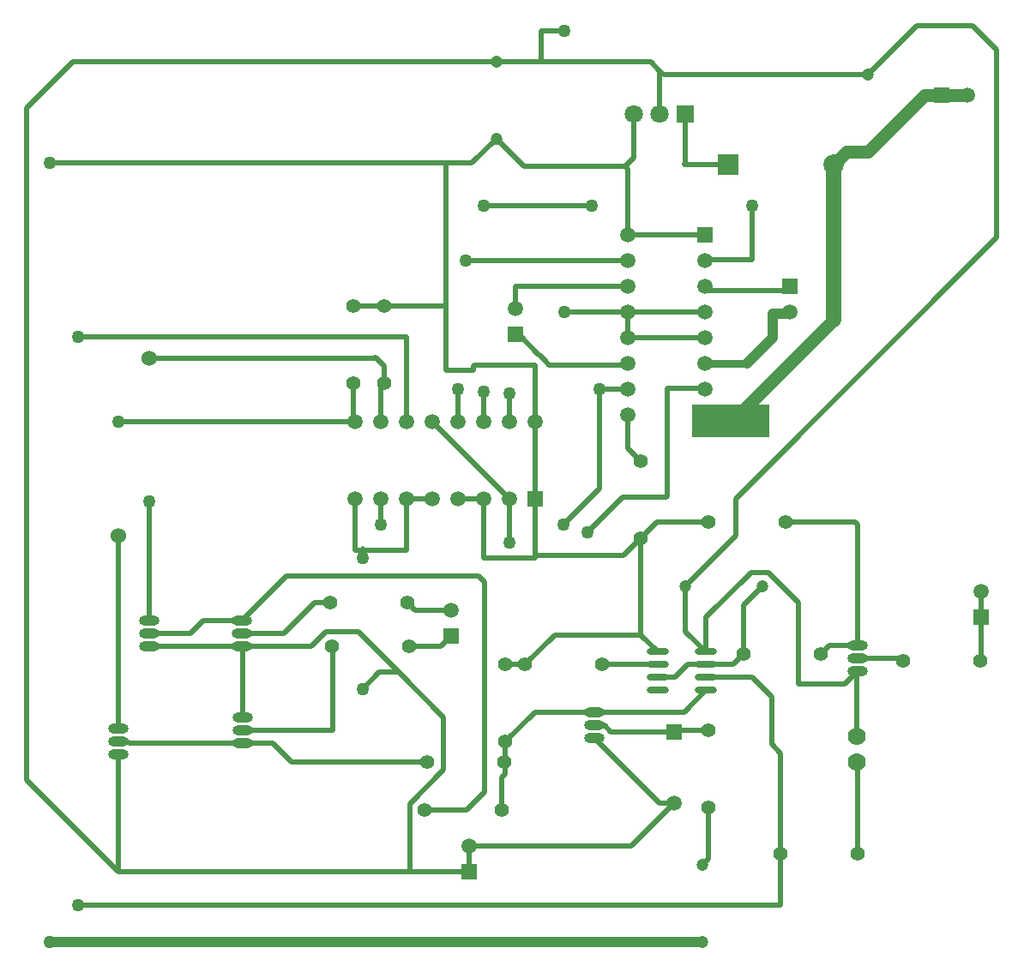
<source format=gtl>
%FSLAX25Y25*%
%MOIN*%
G70*
G01*
G75*
G04 Layer_Physical_Order=1*
G04 Layer_Color=255*
%ADD10O,0.08661X0.02362*%
%ADD11C,0.02000*%
%ADD12C,0.05000*%
%ADD13C,0.04000*%
%ADD14C,0.06000*%
%ADD15C,0.03000*%
%ADD16R,0.30000X0.12500*%
%ADD17R,0.07087X0.07087*%
%ADD18C,0.07087*%
%ADD19C,0.05906*%
%ADD20R,0.05906X0.05906*%
%ADD21O,0.07874X0.03937*%
%ADD22O,0.07874X0.03937*%
%ADD23C,0.05512*%
%ADD24C,0.04724*%
%ADD25C,0.07000*%
%ADD26R,0.05906X0.05906*%
%ADD27R,0.05906X0.05906*%
%ADD28C,0.05906*%
%ADD29R,0.07874X0.07874*%
%ADD30C,0.07874*%
%ADD31C,0.06000*%
%ADD32C,0.05000*%
D10*
X1036950Y438000D02*
D03*
Y433000D02*
D03*
Y428000D02*
D03*
Y423000D02*
D03*
X1018052Y438000D02*
D03*
Y433000D02*
D03*
Y428000D02*
D03*
Y423000D02*
D03*
D11*
X1045410Y627500D02*
X1028501D01*
X1029001Y628000D02*
X1028501Y627500D01*
X1029001Y628000D02*
Y647000D01*
X1009001Y630228D02*
X1005501Y626728D01*
X1009001Y630228D02*
Y647000D01*
X1020477Y662500D02*
X1019001Y663976D01*
Y647000D02*
Y663976D01*
X1144001Y451500D02*
Y461500D01*
Y435000D02*
Y451500D01*
X1113501Y434500D02*
X1112533Y435468D01*
X1096033D01*
X1096001Y435500D01*
X1095501Y405000D02*
Y430000D01*
X1062501Y402000D02*
Y420500D01*
X1055001Y428000D01*
X1036950D01*
X1096001Y440500D02*
X1085001D01*
X1081501Y437000D01*
X1011501Y444551D02*
Y482000D01*
X1018052Y438000D02*
X1011501Y444551D01*
X1038001Y357500D02*
Y377500D01*
Y357500D02*
X1035501Y355000D01*
X1024501Y379024D02*
X1018977D01*
X993501Y404500D01*
X1007977Y362500D02*
X945001D01*
X1024501Y379024D02*
X1007977Y362500D01*
X945001Y352500D02*
Y362500D01*
X1051501Y437000D02*
Y456000D01*
X1059001Y463500D02*
X1051501Y456000D01*
X1029001Y445949D02*
Y463500D01*
X1036950Y438000D02*
X1029001Y445949D01*
X1051501Y437000D02*
X1047501Y433000D01*
X1036950D01*
Y438000D02*
Y451449D01*
X1073001Y457083D02*
X1061222Y468862D01*
X1054363D02*
X1036950Y451449D01*
X1061222Y468862D02*
X1054363D01*
X1073001Y425500D02*
Y457083D01*
X1091001Y425500D02*
X1073001D01*
X1096001Y430500D02*
X1095501Y430000D01*
X1091001Y425500D01*
X1038001Y407500D02*
X1025025D01*
X1024501Y406976D01*
X1000020D01*
X997528Y409469D01*
X993532D01*
X993501Y409500D01*
X1036950Y423000D02*
X1028450Y414500D01*
X993501D01*
X1025001Y428000D02*
X1018052D01*
X1030001Y433000D02*
X1025001Y428000D01*
X1036950Y433000D02*
X1030001D01*
X1018052D02*
X996501D01*
X993501Y414500D02*
X970501D01*
X959001Y403000D01*
X957501Y376500D02*
Y389000D01*
X959001Y390500D02*
X957501Y389000D01*
X959001Y390500D02*
Y403000D01*
X928501Y395000D02*
X876001D01*
X892001Y407500D02*
X857001D01*
X892001D02*
Y439500D01*
X891501Y440000D01*
X934001D02*
X921501D01*
X938001Y444000D02*
X934001Y440000D01*
X966501Y433000D02*
X959001D01*
X978052Y444551D02*
X966501Y433000D01*
X1011501Y444551D02*
X978052D01*
X938001Y454000D02*
X924001D01*
X921001Y457000D01*
X891001D02*
X885001D01*
X873001Y445000D01*
X856501D01*
Y450000D02*
X841501D01*
X836501Y445000D01*
X820501D01*
X857001Y412500D02*
Y439500D01*
X856501Y440000D01*
X820501D01*
X857001Y402500D02*
X812996D01*
X812527Y402969D01*
X808533D01*
X868501Y402500D02*
X857001D01*
X876001Y395000D02*
X868501Y402500D01*
X944001Y376500D02*
X927501D01*
X951001Y383500D02*
X944001Y376500D01*
X883361Y440000D02*
X856501D01*
X889117Y445756D02*
X883361Y440000D01*
X901757Y445756D02*
X889117D01*
X935001Y392140D02*
Y412512D01*
Y392140D02*
X921745Y378884D01*
Y370744D02*
Y378884D01*
X922001Y370488D02*
X921745Y370744D01*
X922001Y352500D02*
Y370488D01*
X945001Y352500D02*
X922001D01*
X1019001Y663976D02*
X1015477Y667500D01*
X955501D02*
X791001D01*
X808501Y398000D02*
X807501Y397000D01*
X930501Y497500D02*
X920501D01*
X1011501Y512000D02*
X1006501Y517000D01*
Y530000D01*
X1096001Y440500D02*
Y487500D01*
X1095001Y488500D01*
X1068001D01*
X1038001D02*
X1018001D01*
X1011501Y482000D01*
X1048501Y483000D02*
X1029001Y463500D01*
X1048501Y483000D02*
Y497500D01*
X1150001Y599000D02*
X1048501Y497500D01*
X1150001Y599000D02*
Y672000D01*
X1140501Y681500D01*
X1119001D01*
X1100001Y662500D01*
X1020477D01*
X1005501Y626728D02*
X966273D01*
X955501Y637500D01*
X1006501Y600000D02*
Y625728D01*
X1005501Y626728D01*
X1036501Y600000D02*
X1006501D01*
X1069501Y578500D02*
X1038001D01*
X1036501Y580000D01*
X1006001Y549500D02*
X976001D01*
X1006501Y550000D02*
X1006001Y549500D01*
X970501Y497500D02*
Y527500D01*
Y474500D02*
Y497500D01*
X950501D02*
X940501D01*
X960501D02*
X930501Y527500D01*
X1036501Y560000D02*
X1006501D01*
Y570000D01*
X1036501D02*
X1006501D01*
X955501Y637500D02*
X946001Y628000D01*
X840001Y527500D02*
X808501D01*
X820501Y450000D02*
Y496500D01*
X808501Y408000D02*
Y483000D01*
X910501Y527500D02*
Y541000D01*
X900001Y528000D02*
Y542500D01*
X900501Y527500D02*
X840001D01*
X912001Y572500D02*
X900001D01*
X936001D02*
X912001D01*
Y542500D02*
Y549000D01*
X908501Y552500D01*
X908001Y552000D02*
X820501D01*
X908501Y552500D02*
X908001Y552000D01*
X940501Y527500D02*
Y540000D01*
X1006501Y590000D02*
X943501D01*
X951001Y383500D02*
Y465000D01*
X950501Y474500D02*
Y497500D01*
X970501Y474500D02*
X950501D01*
X960501Y480500D02*
Y497500D01*
X936001Y628000D02*
X782001D01*
X946001D02*
X936001D01*
Y547500D02*
Y572500D01*
Y628000D01*
X1095501Y394000D02*
X1094501D01*
X1096001Y359500D02*
Y394500D01*
X1095501Y394000D01*
X1066001Y359500D02*
Y398500D01*
X1062501Y402000D01*
X1066001Y339500D02*
Y359500D01*
Y339500D02*
X793001D01*
X920501Y527500D02*
Y560500D01*
X793001D01*
X1049592Y530000D02*
X1048501D01*
X917513Y430000D02*
X910001D01*
X935001Y412512D02*
X917513Y430000D01*
X901757Y445756D01*
X964501Y561000D02*
X963001D01*
X973001Y667500D02*
Y679500D01*
X1015477Y667500D02*
X973001D01*
X955501D01*
X1011501Y482000D02*
X1005001Y475500D01*
X970501D01*
Y497500D01*
X1004501Y498000D02*
X991001Y484500D01*
X1021501Y498000D02*
X1004501D01*
X1022001Y498500D02*
X1021501Y498000D01*
X1022001Y498500D02*
Y540500D01*
X1036001D02*
X1022001D01*
X1036501Y540000D02*
X1036001Y540500D01*
X970501Y527500D02*
Y549500D01*
X976001D02*
X974501Y551000D01*
Y551157D01*
X972158Y553500D01*
X972001D01*
X964501Y561000D01*
X946501Y547500D02*
X936001D01*
X946501D02*
Y549000D01*
X947001Y549500D02*
X946501Y549000D01*
X970501Y549500D02*
X947001D01*
X960501Y527500D02*
Y538500D01*
X1006501Y540000D02*
X995501D01*
X951001Y465000D02*
X948501Y467500D01*
X874001D02*
X856501Y450000D01*
X948501Y467500D02*
X874001D01*
X903501Y474500D02*
Y478000D01*
X920501Y477500D02*
Y497500D01*
Y477500D02*
X900501D01*
Y497500D01*
X910501Y487500D02*
Y497500D01*
X995501Y501500D02*
X981501Y487500D01*
X995501Y501500D02*
Y540000D01*
X1006501Y570000D02*
X982001D01*
Y679500D02*
X973001D01*
X963001Y571000D02*
Y580000D01*
X1006501D02*
X963001D01*
X950501Y527500D02*
Y539000D01*
X992501Y611500D02*
X950501D01*
X1055001Y590500D02*
Y611500D01*
Y590500D02*
X1037001D01*
X922001Y352500D02*
X808501D01*
Y398000D01*
Y352500D02*
X773001Y388000D01*
Y649500D01*
X791001Y667500D02*
X773001Y649500D01*
X910001Y430000D02*
X903501Y423500D01*
D12*
X1138501Y654500D02*
X1128501D01*
X1122001D01*
X1100001Y632500D01*
X1091592D01*
X1086592Y627500D01*
Y567000D02*
X1049592Y530000D01*
D13*
X1035501Y325000D02*
X782001D01*
X1069501Y569500D02*
X1063001D01*
Y560250D02*
X1052751Y550000D01*
X1063001Y560250D02*
Y569500D01*
D14*
X1086592Y567000D02*
Y627500D01*
X1048501Y530000D02*
X1036501D01*
D15*
X1052751Y550000D02*
X1036501D01*
D16*
X1046501Y527750D02*
D03*
D17*
X1029001Y647000D02*
D03*
D18*
X1019001D02*
D03*
X1009001D02*
D03*
D19*
X1024501Y379024D02*
D03*
X945001Y362500D02*
D03*
X938001Y454000D02*
D03*
X963001Y571500D02*
D03*
X1144001Y461500D02*
D03*
X1069501Y570000D02*
D03*
X1036501Y590000D02*
D03*
Y580000D02*
D03*
Y570000D02*
D03*
Y560000D02*
D03*
Y550000D02*
D03*
Y540000D02*
D03*
Y530000D02*
D03*
X1006501Y600000D02*
D03*
Y590000D02*
D03*
Y580000D02*
D03*
Y570000D02*
D03*
Y560000D02*
D03*
Y550000D02*
D03*
Y540000D02*
D03*
Y530000D02*
D03*
X1138501Y654500D02*
D03*
D20*
X1024501Y406976D02*
D03*
X945001Y352500D02*
D03*
X938001Y444000D02*
D03*
X963001Y561500D02*
D03*
X1144001Y451500D02*
D03*
X1069501Y580000D02*
D03*
D21*
X993501Y404500D02*
D03*
Y414500D02*
D03*
X857001Y412500D02*
D03*
Y402500D02*
D03*
X808501Y398000D02*
D03*
Y408000D02*
D03*
X856501Y440000D02*
D03*
Y450000D02*
D03*
X820501Y440000D02*
D03*
Y450000D02*
D03*
X1096001Y430500D02*
D03*
Y440500D02*
D03*
D22*
X993501Y409500D02*
D03*
X857001Y407500D02*
D03*
X808501Y403000D02*
D03*
X856501Y445000D02*
D03*
X820501D02*
D03*
X1096001Y435500D02*
D03*
D23*
X1038001Y377500D02*
D03*
Y407500D02*
D03*
X891501Y440000D02*
D03*
X921501D02*
D03*
X958501Y395000D02*
D03*
X928501D02*
D03*
X957501Y376500D02*
D03*
X927501D02*
D03*
X891001Y457000D02*
D03*
X921001D02*
D03*
X1011501Y482000D02*
D03*
Y512000D02*
D03*
X1113501Y434500D02*
D03*
X1143501D02*
D03*
X959001Y433000D02*
D03*
Y403000D02*
D03*
X1051501Y437000D02*
D03*
X1081501D02*
D03*
X1068001Y488500D02*
D03*
X1038001D02*
D03*
X996501Y433000D02*
D03*
X966501D02*
D03*
X900001Y572500D02*
D03*
Y542500D02*
D03*
X912001Y572500D02*
D03*
Y542500D02*
D03*
X1066001Y359500D02*
D03*
X1096001D02*
D03*
D24*
X1035501Y325000D02*
D03*
Y355000D02*
D03*
X1059001Y463500D02*
D03*
X1029001D02*
D03*
X955501Y637500D02*
D03*
Y667500D02*
D03*
X1100001Y632500D02*
D03*
Y662500D02*
D03*
D25*
X1095501Y405000D02*
D03*
Y395000D02*
D03*
D26*
X1036501Y600000D02*
D03*
X1128501Y654500D02*
D03*
D27*
X970501Y497500D02*
D03*
D28*
X960501D02*
D03*
X950501D02*
D03*
X940501D02*
D03*
X930501D02*
D03*
X920501D02*
D03*
X910501D02*
D03*
X900501D02*
D03*
X970501Y527500D02*
D03*
X960501D02*
D03*
X950501D02*
D03*
X940501D02*
D03*
X930501D02*
D03*
X920501D02*
D03*
X910501D02*
D03*
X900501D02*
D03*
D29*
X1045410Y627500D02*
D03*
D30*
X1086592D02*
D03*
D31*
X808501Y483000D02*
D03*
X820501Y552000D02*
D03*
D32*
X808501Y527500D02*
D03*
X820501Y496500D02*
D03*
X943501Y590000D02*
D03*
X940501Y540000D02*
D03*
X782001Y325000D02*
D03*
Y628000D02*
D03*
X793001Y339500D02*
D03*
X793001Y560500D02*
D03*
X960501Y480500D02*
D03*
X903501Y423500D02*
D03*
X991001Y484500D02*
D03*
X960501Y538500D02*
D03*
X995501Y540000D02*
D03*
X903501Y474500D02*
D03*
X910501Y487500D02*
D03*
X981501D02*
D03*
X982001Y570000D02*
D03*
Y679500D02*
D03*
X950501Y539000D02*
D03*
Y611500D02*
D03*
X992501D02*
D03*
X1055001D02*
D03*
M02*

</source>
